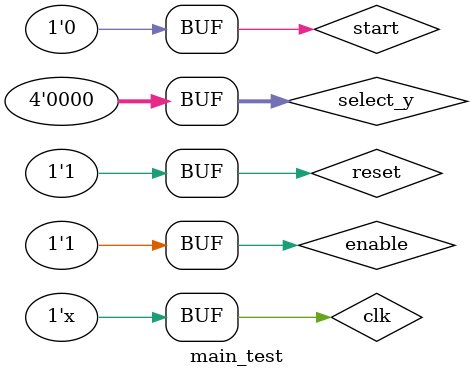
<source format=v>
`timescale 1ns / 1ps


module main_test;

	// Inputs
	reg clk;
	reg reset;
	reg enable;
	reg start;
	reg [3:0] select_y;

	// Outputs
	wire [15:0] y;

	// Instantiate the Unit Under Test (UUT)
	top uut (
		.clk(clk), 
		.reset(reset), 
		.enable(enable), 
		.start(start), 
		.select_y(select_y), 
		.y(y)
	);

	initial begin
		// Initialize Inputs
		clk = 0;
		reset = 0;
		enable = 0;
		start = 0;
		select_y = 0;

		// Wait 100 ns for global reset to finish
		#100;
        
		// Add stimulus here
$display("pc:     id_ir      :reg_A:reg_B:reg_C:da: dd :w:reC1:gr1 :gr2 : gr3");
$monitor("%h:%b:%h :%h :%h :%h:%h:%b:%h:%h:%h:%h", uut.cpu_instance.pc, uut.cpu_instance.id_ir, uut.cpu_instance.reg_A, uut.cpu_instance.reg_B, uut.cpu_instance.reg_C, uut.d_addr, uut.d_dataout, uut.d_we, uut.cpu_instance.reg_C1, uut.cpu_instance.gr[1], uut.cpu_instance.gr[2], uut.cpu_instance.gr[3]);
	
enable <= 1; start <= 0; select_y <= 0;

#10 reset <= 0;
#10 reset <= 1;
#10 enable <= 1;
#10 start <=1;
#10 start <= 0;
	end
      always #5 clk= ~clk; 
endmodule


</source>
